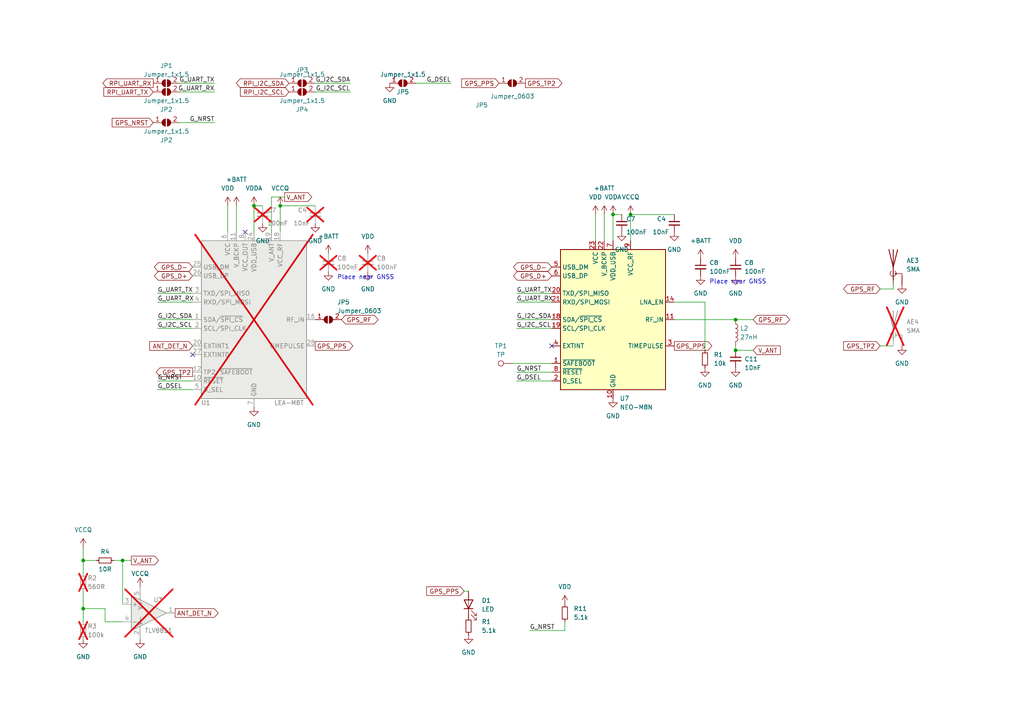
<source format=kicad_sch>
(kicad_sch (version 20230121) (generator eeschema)
  (paper "A4")
  (lib_symbols
    (symbol "Amplifier_Operational:TS881xLx" (pin_names (offset 0.127))
      (property "Reference" "U" (at -1.27 6.35 0))
      (property "Value" "TS881xLx" (at -1.27 3.81 0))
      (symbol "TS881xLx_0_1"
        (polyline (pts (xy -5.08 5.08) (xy 5.08 0) (xy -5.08 -5.08) (xy -5.08 5.08)) (stroke (width 0.254)) (fill (type background)))
        (pin power_in line (at -2.54 -7.62 90) (length 3.81) (name "V-") (number "2"))
        (pin power_in line (at -2.54 7.62 270) (length 3.81) (name "V+") (number "5"))
      )
      (symbol "TS881xLx_1_1"
        (pin output line (at 7.62 0 180) (length 2.54) (name "~") (number "1"))
        (pin input line (at -7.62 2.54 0) (length 2.54) (name "+") (number "3"))
        (pin input line (at -7.62 -2.54 0) (length 2.54) (name "-") (number "4"))
      )
    )
    (symbol "Connector:TestPoint" (pin_numbers hide) (pin_names (offset 0.762) hide)
      (property "Reference" "TP" (at 0 6.858 0))
      (property "Value" "TestPoint" (at 0 5.08 0))
      (symbol "TestPoint_0_1"
        (circle (center 0 3.302) (radius 0.762))
      )
      (symbol "TestPoint_1_1"
        (pin passive line (at 0 0 90) (length 2.54) (name "1") (number "1"))
      )
    )
    (symbol "Device:Antenna_Shield" (pin_numbers hide) (pin_names (offset 1.016) hide)
      (property "Reference" "AE" (at -1.905 4.445 0))
      (property "Value" "Antenna_Shield" (at -1.905 2.54 0))
      (symbol "Antenna_Shield_0_1"
        (arc (start -0.508 -1.143) (mid -0.8429 -2.1194) (end 0 -2.667))
        (arc (start 0 -2.667) (mid 0.7989 -2.1052) (end 0.508 -1.143))
        (polyline (pts (xy 0 -2.54) (xy 0 0)))
        (polyline (pts (xy 0 5.08) (xy 0 -3.81)) (stroke (width 0.254)))
        (polyline (pts (xy 0.762 -1.905) (xy 2.54 -1.905)))
        (polyline (pts (xy 2.54 -2.54) (xy 2.54 -1.905)))
        (polyline (pts (xy 1.27 5.08) (xy 0 0) (xy -1.27 5.08)) (stroke (width 0.254)))
        (circle (center 0.762 -1.905) (radius 0.1778) (fill (type outline)))
      )
      (symbol "Antenna_Shield_1_1"
        (pin input line (at 0 -5.08 90) (length 2.54) (name "A") (number "1"))
        (pin input line (at 2.54 -5.08 90) (length 2.54) (name "Shield") (number "2"))
      )
    )
    (symbol "Device:C_Small" (pin_numbers hide) (pin_names (offset 0.254) hide)
      (property "Reference" "C" (at 0.254 1.778 0))
      (property "Value" "C_Small" (at 0.254 -2.032 0))
      (symbol "C_Small_0_1"
        (polyline (pts (xy -1.524 -0.508) (xy 1.524 -0.508)) (stroke (width 0.3302)))
        (polyline (pts (xy -1.524 0.508) (xy 1.524 0.508)) (stroke (width 0.3048)))
      )
      (symbol "C_Small_1_1"
        (pin passive line (at 0 2.54 270) (length 2.032) (name "~") (number "1"))
        (pin passive line (at 0 -2.54 90) (length 2.032) (name "~") (number "2"))
      )
    )
    (symbol "Device:L" (pin_numbers hide) (pin_names (offset 1.016) hide)
      (property "Reference" "L" (at -1.27 0 90))
      (property "Value" "L" (at 1.905 0 90))
      (symbol "L_0_1"
        (arc (start 0 -2.54) (mid 0.6323 -1.905) (end 0 -1.27))
        (arc (start 0 -1.27) (mid 0.6323 -0.635) (end 0 0))
        (arc (start 0 0) (mid 0.6323 0.635) (end 0 1.27))
        (arc (start 0 1.27) (mid 0.6323 1.905) (end 0 2.54))
      )
      (symbol "L_1_1"
        (pin passive line (at 0 3.81 270) (length 1.27) (name "1") (number "1"))
        (pin passive line (at 0 -3.81 90) (length 1.27) (name "2") (number "2"))
      )
    )
    (symbol "Device:LED" (pin_numbers hide) (pin_names (offset 1.016) hide)
      (property "Reference" "D" (at 0 2.54 0))
      (property "Value" "LED" (at 0 -2.54 0))
      (symbol "LED_0_1"
        (polyline (pts (xy -1.27 -1.27) (xy -1.27 1.27)) (stroke (width 0.254)))
        (polyline (pts (xy -1.27 0) (xy 1.27 0)))
        (polyline (pts (xy 1.27 -1.27) (xy 1.27 1.27) (xy -1.27 0) (xy 1.27 -1.27)) (stroke (width 0.254)))
        (polyline (pts (xy -3.048 -0.762) (xy -4.572 -2.286) (xy -3.81 -2.286) (xy -4.572 -2.286) (xy -4.572 -1.524)))
        (polyline (pts (xy -1.778 -0.762) (xy -3.302 -2.286) (xy -2.54 -2.286) (xy -3.302 -2.286) (xy -3.302 -1.524)))
      )
      (symbol "LED_1_1"
        (pin passive line (at -3.81 0 0) (length 2.54) (name "K") (number "1"))
        (pin passive line (at 3.81 0 180) (length 2.54) (name "A") (number "2"))
      )
    )
    (symbol "Device:R_Small" (pin_numbers hide) (pin_names (offset 0.254) hide)
      (property "Reference" "R" (at 0.762 0.508 0))
      (property "Value" "R_Small" (at 0.762 -1.016 0))
      (symbol "R_Small_0_1"
        (rectangle (start -0.762 1.778) (end 0.762 -1.778) (stroke (width 0.2032)))
      )
      (symbol "R_Small_1_1"
        (pin passive line (at 0 2.54 270) (length 0.762) (name "~") (number "1"))
        (pin passive line (at 0 -2.54 90) (length 0.762) (name "~") (number "2"))
      )
    )
    (symbol "Jumper:SolderJumper_2_Open" (pin_names (offset 0) hide)
      (property "Reference" "JP" (at 0 2.032 0))
      (property "Value" "SolderJumper_2_Open" (at 0 -2.54 0))
      (symbol "SolderJumper_2_Open_0_1"
        (arc (start -0.254 1.016) (mid -1.2656 0) (end -0.254 -1.016))
        (arc (start -0.254 1.016) (mid -1.2656 0) (end -0.254 -1.016) (fill (type outline)))
        (polyline (pts (xy -0.254 1.016) (xy -0.254 -1.016)))
        (polyline (pts (xy 0.254 1.016) (xy 0.254 -1.016)))
        (arc (start 0.254 -1.016) (mid 1.2656 0) (end 0.254 1.016))
        (arc (start 0.254 -1.016) (mid 1.2656 0) (end 0.254 1.016) (fill (type outline)))
      )
      (symbol "SolderJumper_2_Open_1_1"
        (pin passive line (at -3.81 0 0) (length 2.54) (name "A") (number "1"))
        (pin passive line (at 3.81 0 180) (length 2.54) (name "B") (number "2"))
      )
    )
    (symbol "RF_GPS:LEA-M8T"
      (property "Reference" "U" (at -13.97 24.13 0))
      (property "Value" "LEA-M8T" (at 13.97 24.13 0))
      (symbol "LEA-M8T_0_1"
        (rectangle (start -15.24 22.86) (end 15.24 -22.86) (stroke (width 0.254)) (fill (type background)))
      )
      (symbol "LEA-M8T_1_1"
        (pin bidirectional line (at -17.78 0 0) (length 2.54) (name "SDA/~{SPI_CS}") (number "1"))
        (pin input line (at -17.78 -17.78 0) (length 2.54) (name "~{RESET}") (number "10"))
        (pin power_in line (at -5.08 25.4 270) (length 2.54) (name "V_BCKP") (number "11"))
        (pin bidirectional line (at -17.78 -15.24 0) (length 2.54) (name "TP2/~{SAFEBOOT}") (number "12"))
        (pin passive line (at 0 -25.4 90) (length 2.54) hide (name "GND") (number "13"))
        (pin passive line (at 0 -25.4 90) (length 2.54) hide (name "GND") (number "14"))
        (pin passive line (at 0 -25.4 90) (length 2.54) hide (name "GND") (number "15"))
        (pin input line (at 17.78 0 180) (length 2.54) (name "RF_IN") (number "16"))
        (pin passive line (at 0 -25.4 90) (length 2.54) hide (name "GND") (number "17"))
        (pin power_out line (at 7.62 25.4 270) (length 2.54) (name "VCC_RF") (number "18"))
        (pin power_in line (at 5.08 25.4 270) (length 2.54) (name "V_ANT") (number "19"))
        (pin input line (at -17.78 -2.54 0) (length 2.54) (name "SCL/SPI_CLK") (number "2"))
        (pin input line (at -17.78 -7.62 0) (length 2.54) (name "EXTINT1") (number "20"))
        (pin no_connect line (at 15.24 7.62 180) (length 2.54) hide (name "RESERVED") (number "21"))
        (pin no_connect line (at 15.24 5.08 180) (length 2.54) hide (name "RESERVED") (number "22"))
        (pin no_connect line (at 15.24 2.54 180) (length 2.54) hide (name "RESERVED") (number "23"))
        (pin power_in line (at 0 25.4 270) (length 2.54) (name "VDD_USB") (number "24"))
        (pin bidirectional line (at -17.78 15.24 0) (length 2.54) (name "USB_DM") (number "25"))
        (pin bidirectional line (at -17.78 12.7 0) (length 2.54) (name "USB_DP") (number "26"))
        (pin input line (at -17.78 -10.16 0) (length 2.54) (name "EXTINT0") (number "27"))
        (pin output line (at 17.78 -7.62 180) (length 2.54) (name "TIMEPULSE") (number "28"))
        (pin output line (at -17.78 7.62 0) (length 2.54) (name "TXD/SPI_MISO") (number "3"))
        (pin input line (at -17.78 5.08 0) (length 2.54) (name "RXD/SPI_MOSI") (number "4"))
        (pin input line (at -17.78 -20.32 0) (length 2.54) (name "D_SEL") (number "5"))
        (pin power_in line (at -7.62 25.4 270) (length 2.54) (name "VCC") (number "6"))
        (pin power_in line (at 0 -25.4 90) (length 2.54) (name "GND") (number "7"))
        (pin power_out line (at -2.54 25.4 270) (length 2.54) (name "VCC_OUT") (number "8"))
        (pin no_connect line (at 15.24 10.16 180) (length 2.54) hide (name "RESERVED") (number "9"))
      )
    )
    (symbol "RF_GPS:NEO-M8N"
      (property "Reference" "U" (at -13.97 21.59 0))
      (property "Value" "NEO-M8N" (at 11.43 21.59 0))
      (symbol "NEO-M8N_0_1"
        (rectangle (start -15.24 20.32) (end 15.24 -20.32) (stroke (width 0.254)) (fill (type background)))
      )
      (symbol "NEO-M8N_1_1"
        (pin input line (at -17.78 -12.7 0) (length 2.54) (name "~{SAFEBOOT}") (number "1"))
        (pin power_in line (at 0 -22.86 90) (length 2.54) (name "GND") (number "10"))
        (pin input line (at 17.78 0 180) (length 2.54) (name "RF_IN") (number "11"))
        (pin passive line (at 0 -22.86 90) (length 2.54) hide (name "GND") (number "12"))
        (pin passive line (at 0 -22.86 90) (length 2.54) hide (name "GND") (number "13"))
        (pin output line (at 17.78 5.08 180) (length 2.54) (name "LNA_EN") (number "14"))
        (pin no_connect line (at 15.24 -10.16 180) (length 2.54) hide (name "RESERVED") (number "15"))
        (pin no_connect line (at 15.24 -12.7 180) (length 2.54) hide (name "RESERVED") (number "16"))
        (pin no_connect line (at 15.24 -15.24 180) (length 2.54) hide (name "RESERVED") (number "17"))
        (pin bidirectional line (at -17.78 0 0) (length 2.54) (name "SDA/~{SPI_CS}") (number "18"))
        (pin input line (at -17.78 -2.54 0) (length 2.54) (name "SCL/SPI_CLK") (number "19"))
        (pin input line (at -17.78 -17.78 0) (length 2.54) (name "D_SEL") (number "2"))
        (pin output line (at -17.78 7.62 0) (length 2.54) (name "TXD/SPI_MISO") (number "20"))
        (pin input line (at -17.78 5.08 0) (length 2.54) (name "RXD/SPI_MOSI") (number "21"))
        (pin power_in line (at -2.54 22.86 270) (length 2.54) (name "V_BCKP") (number "22"))
        (pin power_in line (at -5.08 22.86 270) (length 2.54) (name "VCC") (number "23"))
        (pin passive line (at 0 -22.86 90) (length 2.54) hide (name "GND") (number "24"))
        (pin output line (at 17.78 -7.62 180) (length 2.54) (name "TIMEPULSE") (number "3"))
        (pin input line (at -17.78 -7.62 0) (length 2.54) (name "EXTINT") (number "4"))
        (pin bidirectional line (at -17.78 15.24 0) (length 2.54) (name "USB_DM") (number "5"))
        (pin bidirectional line (at -17.78 12.7 0) (length 2.54) (name "USB_DP") (number "6"))
        (pin power_in line (at 0 22.86 270) (length 2.54) (name "VDD_USB") (number "7"))
        (pin input line (at -17.78 -15.24 0) (length 2.54) (name "~{RESET}") (number "8"))
        (pin power_out line (at 5.08 22.86 270) (length 2.54) (name "VCC_RF") (number "9"))
      )
    )
    (symbol "power:+BATT" (power) (pin_names (offset 0))
      (property "Value" "+BATT" (at 0 3.556 0))
      (symbol "+BATT_0_1"
        (polyline (pts (xy -0.762 1.27) (xy 0 2.54)))
        (polyline (pts (xy 0 0) (xy 0 2.54)))
        (polyline (pts (xy 0 2.54) (xy 0.762 1.27)))
      )
      (symbol "+BATT_1_1"
        (pin power_in line (at 0 0 90) (length 0) hide (name "+BATT") (number "1"))
      )
    )
    (symbol "power:GND" (power) (pin_names (offset 0))
      (property "Value" "GND" (at 0 -3.81 0))
      (symbol "GND_0_1"
        (polyline (pts (xy 0 0) (xy 0 -1.27) (xy 1.27 -1.27) (xy 0 -2.54) (xy -1.27 -1.27) (xy 0 -1.27)))
      )
      (symbol "GND_1_1"
        (pin power_in line (at 0 0 270) (length 0) hide (name "GND") (number "1"))
      )
    )
    (symbol "power:VCCQ" (power) (pin_names (offset 0))
      (property "Value" "VCCQ" (at 0 3.81 0))
      (symbol "VCCQ_0_1"
        (polyline (pts (xy -0.762 1.27) (xy 0 2.54)))
        (polyline (pts (xy 0 0) (xy 0 2.54)))
        (polyline (pts (xy 0 2.54) (xy 0.762 1.27)))
      )
      (symbol "VCCQ_1_1"
        (pin power_in line (at 0 0 90) (length 0) hide (name "VCCQ") (number "1"))
      )
    )
    (symbol "power:VDD" (power) (pin_names (offset 0))
      (property "Value" "VDD" (at 0 3.81 0))
      (symbol "VDD_0_1"
        (polyline (pts (xy -0.762 1.27) (xy 0 2.54)))
        (polyline (pts (xy 0 0) (xy 0 2.54)))
        (polyline (pts (xy 0 2.54) (xy 0.762 1.27)))
      )
      (symbol "VDD_1_1"
        (pin power_in line (at 0 0 90) (length 0) hide (name "VDD") (number "1"))
      )
    )
    (symbol "power:VDDA" (power) (pin_names (offset 0))
      (property "Value" "VDDA" (at 0 3.81 0))
      (symbol "VDDA_0_1"
        (polyline (pts (xy -0.762 1.27) (xy 0 2.54)))
        (polyline (pts (xy 0 0) (xy 0 2.54)))
        (polyline (pts (xy 0 2.54) (xy 0.762 1.27)))
      )
      (symbol "VDDA_1_1"
        (pin power_in line (at 0 0 90) (length 0) hide (name "VDDA") (number "1"))
      )
    )
  )
  (junction (at 213.36 92.71))
  (junction (at 35.56 162.56))
  (junction (at 73.66 59.69))
  (junction (at 182.88 62.23))
  (junction (at 81.28 59.69))
  (junction (at 177.8 62.23))
  (junction (at 24.13 176.53))
  (junction (at 24.13 162.56))
  (junction (at 213.36 101.6))
  (no_connect (at 71.12 67.31))
  (no_connect (at 55.88 102.87))
  (no_connect (at 160.02 100.33))
  (wire (pts (xy 82.55 57.15) (xy 78.74 57.15)))
  (wire (pts (xy 52.07 26.67) (xy 62.23 26.67)))
  (wire (pts (xy 120.65 24.13) (xy 130.81 24.13)))
  (wire (pts (xy 30.48 180.34) (xy 35.56 180.34)))
  (wire (pts (xy 45.72 85.09) (xy 55.88 85.09)))
  (wire (pts (xy 24.13 171.45) (xy 24.13 176.53)))
  (wire (pts (xy 91.44 26.67) (xy 101.6 26.67)))
  (wire (pts (xy 259.08 83.82) (xy 259.08 82.55)))
  (wire (pts (xy 73.66 59.69) (xy 73.66 67.31)))
  (wire (pts (xy 255.27 83.82) (xy 259.08 83.82)))
  (wire (pts (xy 149.86 107.95) (xy 160.02 107.95)))
  (wire (pts (xy 24.13 176.53) (xy 24.13 180.34)))
  (wire (pts (xy 45.72 113.03) (xy 55.88 113.03)))
  (wire (pts (xy 81.28 59.69) (xy 81.28 67.31)))
  (wire (pts (xy 35.56 162.56) (xy 38.1 162.56)))
  (wire (pts (xy 33.02 162.56) (xy 35.56 162.56)))
  (wire (pts (xy 68.58 59.69) (xy 68.58 67.31)))
  (wire (pts (xy 177.8 62.23) (xy 177.8 69.85)))
  (wire (pts (xy 148.59 105.41) (xy 160.02 105.41)))
  (wire (pts (xy 153.67 182.88) (xy 163.83 182.88)))
  (wire (pts (xy 149.86 95.25) (xy 160.02 95.25)))
  (wire (pts (xy 213.36 92.71) (xy 218.44 92.71)))
  (wire (pts (xy 149.86 85.09) (xy 160.02 85.09)))
  (wire (pts (xy 78.74 57.15) (xy 78.74 67.31)))
  (wire (pts (xy 182.88 62.23) (xy 182.88 69.85)))
  (wire (pts (xy 24.13 162.56) (xy 24.13 158.75)))
  (wire (pts (xy 149.86 92.71) (xy 160.02 92.71)))
  (wire (pts (xy 91.44 24.13) (xy 101.6 24.13)))
  (wire (pts (xy 172.72 62.23) (xy 172.72 69.85)))
  (wire (pts (xy 45.72 87.63) (xy 55.88 87.63)))
  (wire (pts (xy 52.07 24.13) (xy 62.23 24.13)))
  (wire (pts (xy 175.26 62.23) (xy 175.26 69.85)))
  (wire (pts (xy 163.83 180.34) (xy 163.83 182.88)))
  (wire (pts (xy 35.56 162.56) (xy 35.56 175.26)))
  (wire (pts (xy 45.72 92.71) (xy 55.88 92.71)))
  (wire (pts (xy 204.47 87.63) (xy 195.58 87.63)))
  (wire (pts (xy 149.86 110.49) (xy 160.02 110.49)))
  (wire (pts (xy 30.48 176.53) (xy 30.48 180.34)))
  (wire (pts (xy 204.47 101.6) (xy 204.47 87.63)))
  (wire (pts (xy 24.13 162.56) (xy 24.13 166.37)))
  (wire (pts (xy 45.72 110.49) (xy 55.88 110.49)))
  (wire (pts (xy 52.07 35.56) (xy 62.23 35.56)))
  (wire (pts (xy 182.88 62.23) (xy 195.58 62.23)))
  (wire (pts (xy 73.66 59.69) (xy 76.2 59.69)))
  (wire (pts (xy 24.13 176.53) (xy 30.48 176.53)))
  (wire (pts (xy 27.94 162.56) (xy 24.13 162.56)))
  (wire (pts (xy 45.72 95.25) (xy 55.88 95.25)))
  (wire (pts (xy 218.44 101.6) (xy 213.36 101.6)))
  (wire (pts (xy 81.28 59.69) (xy 91.44 59.69)))
  (wire (pts (xy 195.58 92.71) (xy 213.36 92.71)))
  (wire (pts (xy 66.04 59.69) (xy 66.04 67.31)))
  (wire (pts (xy 255.27 100.33) (xy 259.08 100.33)))
  (wire (pts (xy 149.86 87.63) (xy 160.02 87.63)))
  (wire (pts (xy 134.62 171.45) (xy 135.89 171.45)))
  (wire (pts (xy 213.36 101.6) (xy 213.36 100.33)))
  (wire (pts (xy 177.8 62.23) (xy 180.34 62.23)))
  (text "Place near GNSS" (at 97.79 81.28 0) (effects (font (size 1.27 1.27)) (justify left bottom)))
  (text "Place near GNSS" (at 205.74 82.55 0) (effects (font (size 1.27 1.27)) (justify left bottom)))
  (label "G_I2C_SCL" (at 149.86 95.25 0))
  (label "G_I2C_SCL" (at 45.72 95.25 0))
  (label "G_UART_TX" (at 149.86 85.09 0))
  (label "G_I2C_SDA" (at 149.86 92.71 0))
  (label "G_I2C_SCL" (at 101.6 26.67 180))
  (label "G_DSEL" (at 45.72 113.03 0))
  (label "G_NRST" (at 149.86 107.95 0))
  (label "G_UART_TX" (at 62.23 24.13 180))
  (label "G_DSEL" (at 149.86 110.49 0))
  (label "G_I2C_SDA" (at 101.6 24.13 180))
  (label "G_UART_TX" (at 45.72 85.09 0))
  (label "G_UART_RX" (at 149.86 87.63 0))
  (label "G_I2C_SDA" (at 45.72 92.71 0))
  (label "G_NRST" (at 45.72 110.49 0))
  (label "G_NRST" (at 62.23 35.56 180))
  (label "G_DSEL" (at 130.81 24.13 180))
  (label "G_NRST" (at 153.67 182.88 0))
  (label "G_UART_RX" (at 45.72 87.63 0))
  (label "G_UART_RX" (at 62.23 26.67 180))
  (global_label "RPI_UART_RX" (shape output) (at 44.45 24.13 180) (property "Intersheetrefs" "${INTERSHEET_REFS}" (effects hide)))
  (global_label "GPS_PPS" (shape input) (at 134.62 171.45 180) (property "Intersheetrefs" "${INTERSHEET_REFS}" (effects hide)))
  (global_label "GPS_PPS" (shape output) (at 91.44 100.33 0) (property "Intersheetrefs" "${INTERSHEET_REFS}" (effects hide)))
  (global_label "RPI_I2C_SCL" (shape input) (at 83.82 26.67 180) (property "Intersheetrefs" "${INTERSHEET_REFS}" (effects hide)))
  (global_label "GPS_TP2" (shape output) (at 55.88 107.95 180) (property "Intersheetrefs" "${INTERSHEET_REFS}" (effects hide)))
  (global_label "GPS_NRST" (shape input) (at 44.45 35.56 180) (property "Intersheetrefs" "${INTERSHEET_REFS}" (effects hide)))
  (global_label "V_ANT" (shape output) (at 82.55 57.15 0) (property "Intersheetrefs" "${INTERSHEET_REFS}" (effects hide)))
  (global_label "GPS_PPS" (shape output) (at 195.58 100.33 0) (property "Intersheetrefs" "${INTERSHEET_REFS}" (effects hide)))
  (global_label "GPS_D-" (shape bidirectional) (at 160.02 77.47 180) (property "Intersheetrefs" "${INTERSHEET_REFS}" (effects hide)))
  (global_label "GPS_RF" (shape bidirectional) (at 218.44 92.71 0) (property "Intersheetrefs" "${INTERSHEET_REFS}" (effects hide)))
  (global_label "ANT_DET_N" (shape input) (at 55.88 100.33 180) (property "Intersheetrefs" "${INTERSHEET_REFS}" (effects hide)))
  (global_label "RPI_UART_TX" (shape input) (at 44.45 26.67 180) (property "Intersheetrefs" "${INTERSHEET_REFS}" (effects hide)))
  (global_label "GPS_TP2" (shape output) (at 152.4 24.13 0) (property "Intersheetrefs" "${INTERSHEET_REFS}" (effects hide)))
  (global_label "GPS_RF" (shape bidirectional) (at 255.27 83.82 180) (property "Intersheetrefs" "${INTERSHEET_REFS}" (effects hide)))
  (global_label "GPS_RF" (shape bidirectional) (at 99.06 92.71 0) (property "Intersheetrefs" "${INTERSHEET_REFS}" (effects hide)))
  (global_label "GPS_D+" (shape bidirectional) (at 55.88 80.01 180) (property "Intersheetrefs" "${INTERSHEET_REFS}" (effects hide)))
  (global_label "ANT_DET_N" (shape output) (at 50.8 177.8 0) (property "Intersheetrefs" "${INTERSHEET_REFS}" (effects hide)))
  (global_label "GPS_TP2" (shape input) (at 255.27 100.33 180) (property "Intersheetrefs" "${INTERSHEET_REFS}" (effects hide)))
  (global_label "RPI_I2C_SDA" (shape bidirectional) (at 83.82 24.13 180) (property "Intersheetrefs" "${INTERSHEET_REFS}" (effects hide)))
  (global_label "GPS_D+" (shape bidirectional) (at 160.02 80.01 180) (property "Intersheetrefs" "${INTERSHEET_REFS}" (effects hide)))
  (global_label "GPS_PPS" (shape input) (at 144.78 24.13 180) (property "Intersheetrefs" "${INTERSHEET_REFS}" (effects hide)))
  (global_label "GPS_D-" (shape bidirectional) (at 55.88 77.47 180) (property "Intersheetrefs" "${INTERSHEET_REFS}" (effects hide)))
  (global_label "V_ANT" (shape input) (at 218.44 101.6 0) (property "Intersheetrefs" "${INTERSHEET_REFS}" (effects hide)))
  (global_label "V_ANT" (shape output) (at 38.1 162.56 0) (property "Intersheetrefs" "${INTERSHEET_REFS}" (effects hide)))
  (symbol (lib_id "power:GND") (at 24.13 185.42 0) (unit 1)
    (property "Reference" "#PWR0103" (effects hide))
    (property "Value" "GND" (at 24.13 190.5 0))
    (instances (project "Pudding_LWGW" (path "" (reference "#PWR0103") (unit 1)) (path "" (reference "#PWR042") (unit 1))))
  )
  (symbol (lib_id "RF_GPS:NEO-M8N") (at 177.8 92.71 0) (unit 1)
    (property "Reference" "U7" (at 179.7559 115.57 0) (effects (justify left)))
    (property "Value" "NEO-M8N" (at 179.7559 118.11 0) (effects (justify left)))
    (property "Footprint" "RF_GPS:ublox_NEO" (effects hide))
    (property "Datasheet" "https://content.u-blox.com/sites/default/files/NEO-M8-FW3_DataSheet_UBX-15031086.pdf" (effects hide))
  )
  (symbol (lib_id "Device:R_Small") (at 163.83 177.8 0) (unit 1)
    (property "Reference" "R11" (at 166.37 176.53 0) (effects (justify left)))
    (property "Value" "5.1k" (at 166.37 179.07 0) (effects (justify left)))
    (property "Footprint" "Resistor_SMD:R_0603_1608Metric" (effects hide))
  )
  (symbol (lib_id "Device:Antenna_Shield") (at 259.08 77.47 0) (unit 1)
    (property "Reference" "AE3" (at 262.89 75.565 0) (effects (justify left)))
    (property "Value" "SMA" (at 262.89 78.105 0) (effects (justify left)))
    (property "Footprint" "Connector_Coaxial:SMA_Samtec_SMA-J-P-X-ST-EM1_EdgeMount" (effects hide))
  )
  (symbol (lib_id "Connector:TestPoint") (at 148.59 105.41 90) (unit 1)
    (property "Reference" "TP1" (at 145.288 100.33 90))
    (property "Value" "TP" (at 145.288 102.87 90))
    (property "Footprint" "TestPoint:TestPoint_Pad_D1.0mm" (effects hide))
  )
  (symbol (lib_id "Jumper:SolderJumper_2_Open") (at 87.63 24.13 0) (unit 1) (in_bom no)
    (property "Reference" "JP3" (at 87.63 20.32 0))
    (property "Value" "Jumper_1x1.5" (at 87.63 21.59 0))
    (property "Footprint" "Jumper:SolderJumper-2_P1.3mm_Open_TrianglePad1.0x1.5mm" (effects hide))
  )
  (symbol (lib_id "power:GND") (at 113.03 24.13 0) (unit 1)
    (property "Reference" "#PWR0117" (effects hide))
    (property "Value" "GND" (at 113.03 29.21 0))
    (instances (project "Pudding_LWGW" (path "" (reference "#PWR0117") (unit 1)) (path "" (reference "#PWR010") (unit 1))))
  )
  (symbol (lib_id "power:VDD") (at 106.68 73.66 0) (unit 1)
    (property "Reference" "#PWR0108" (effects hide))
    (property "Value" "VDD" (at 106.68 68.58 0))
    (instances (project "Pudding_LWGW" (path "" (reference "#PWR0108") (unit 1)) (path "" (reference "#PWR047") (unit 1))))
  )
  (symbol (lib_id "Jumper:SolderJumper_2_Open") (at 48.26 26.67 0) (unit 1) (in_bom no)
    (property "Reference" "JP2" (at 48.26 31.75 0))
    (property "Value" "Jumper_1x1.5" (at 48.26 29.21 0))
    (property "Footprint" "Jumper:SolderJumper-2_P1.3mm_Open_TrianglePad1.0x1.5mm" (effects hide))
  )
  (symbol (lib_id "power:GND") (at 204.47 106.68 0) (unit 1)
    (property "Reference" "#PWR0106" (effects hide))
    (property "Value" "GND" (at 204.47 111.76 0))
    (instances (project "Pudding_LWGW" (path "" (reference "#PWR0106") (unit 1)) (path "" (reference "#PWR038") (unit 1))))
  )
  (symbol (lib_id "Device:C_Small") (at 95.25 76.2 0) (unit 1) (dnp yes)
    (property "Reference" "C8" (at 97.79 74.9363 0) (effects (justify left)))
    (property "Value" "100nF" (at 97.79 77.4763 0) (effects (justify left)))
    (property "Footprint" "Capacitor_SMD:C_0603_1608Metric" (effects hide))
    (instances (project "Pudding_LWGW" (path "" (reference "C8") (unit 1)) (path "" (reference "C9") (unit 1))))
  )
  (symbol (lib_id "power:GND") (at 135.89 184.15 0) (unit 1)
    (property "Reference" "#PWR0102" (effects hide))
    (property "Value" "GND" (at 135.89 189.23 0))
    (instances (project "Pudding_LWGW" (path "" (reference "#PWR0102") (unit 1)) (path "" (reference "#PWR016") (unit 1))))
  )
  (symbol (lib_id "power:GND") (at 40.64 185.42 0) (unit 1)
    (property "Reference" "#PWR0103" (effects hide))
    (property "Value" "GND" (at 40.64 190.5 0))
    (instances (project "Pudding_LWGW" (path "" (reference "#PWR0103") (unit 1)) (path "" (reference "#PWR019") (unit 1))))
  )
  (symbol (lib_id "Device:R_Small") (at 24.13 168.91 0) (unit 1) (dnp yes)
    (property "Reference" "R2" (at 25.4 167.64 0) (effects (justify left)))
    (property "Value" "560R" (at 25.4 170.1799 0) (effects (justify left)))
    (property "Footprint" "Resistor_SMD:R_0603_1608Metric" (effects hide))
  )
  (symbol (lib_id "power:GND") (at 195.58 67.31 0) (unit 1)
    (property "Reference" "#PWR033" (effects hide))
    (property "Value" "GND" (at 195.58 72.39 0))
    (instances (project "Pudding_LWGW" (path "" (reference "#PWR033") (unit 1)) (path "" (reference "#PWR018") (unit 1))))
  )
  (symbol (lib_id "Jumper:SolderJumper_2_Open") (at 116.84 24.13 0) (unit 1) (in_bom no)
    (property "Reference" "JP5" (at 116.84 26.67 0))
    (property "Value" "Jumper_1x1.5" (at 116.84 21.59 0))
    (property "Footprint" "Jumper:SolderJumper-2_P1.3mm_Open_TrianglePad1.0x1.5mm" (effects hide))
  )
  (symbol (lib_id "power:GND") (at 91.44 64.77 0) (unit 1)
    (property "Reference" "#PWR033" (effects hide))
    (property "Value" "GND" (at 91.44 69.85 0))
    (instances (project "Pudding_LWGW" (path "" (reference "#PWR033") (unit 1)) (path "" (reference "#PWR032") (unit 1))))
  )
  (symbol (lib_id "Device:R_Small") (at 204.47 104.14 0) (unit 1)
    (property "Reference" "R1" (at 207.01 102.87 0) (effects (justify left)))
    (property "Value" "10k" (at 207.01 105.41 0) (effects (justify left)))
    (property "Footprint" "Resistor_SMD:R_0603_1608Metric" (effects hide))
    (instances (project "Pudding_LWGW" (path "" (reference "R1") (unit 1)) (path "" (reference "R10") (unit 1))))
  )
  (symbol (lib_id "power:GND") (at 95.25 78.74 0) (unit 1)
    (property "Reference" "#PWR033" (effects hide))
    (property "Value" "GND" (at 95.25 83.82 0))
    (instances (project "Pudding_LWGW" (path "" (reference "#PWR033") (unit 1)) (path "" (reference "#PWR035") (unit 1))))
  )
  (symbol (lib_id "Device:R_Small") (at 135.89 181.61 0) (unit 1)
    (property "Reference" "R1" (at 139.7 180.34 0) (effects (justify left)))
    (property "Value" "5.1k" (at 139.7 182.88 0) (effects (justify left)))
    (property "Footprint" "Resistor_SMD:R_0603_1608Metric" (effects hide))
  )
  (symbol (lib_id "power:VDDA") (at 177.8 62.23 0) (unit 1)
    (property "Reference" "#PWR0110" (effects hide))
    (property "Value" "VDDA" (at 177.8 57.15 0))
    (instances (project "Pudding_LWGW" (path "" (reference "#PWR0110") (unit 1)) (path "" (reference "#PWR025") (unit 1))))
  )
  (symbol (lib_id "power:GND") (at 203.2 80.01 0) (unit 1)
    (property "Reference" "#PWR033" (effects hide))
    (property "Value" "GND" (at 203.2 85.09 0))
    (instances (project "Pudding_LWGW" (path "" (reference "#PWR033") (unit 1)) (path "" (reference "#PWR046") (unit 1))))
  )
  (symbol (lib_id "Jumper:SolderJumper_2_Open") (at 148.59 24.13 0) (unit 1) (in_bom no)
    (property "Reference" "JP5" (at 139.7 30.48 0))
    (property "Value" "Jumper_0603" (at 148.59 27.94 0))
    (property "Footprint" "Resistor_SMD:R_0603_1608Metric" (effects hide))
    (instances (project "Pudding_LWGW" (path "" (reference "JP5") (unit 1)) (path "" (reference "JP8") (unit 1))))
  )
  (symbol (lib_id "Device:R_Small") (at 24.13 182.88 0) (unit 1) (dnp yes)
    (property "Reference" "R3" (at 25.4 181.61 0) (effects (justify left)))
    (property "Value" "100k" (at 25.4 184.1499 0) (effects (justify left)))
    (property "Footprint" "Resistor_SMD:R_0603_1608Metric" (effects hide))
  )
  (symbol (lib_id "Device:Antenna_Shield") (at 259.08 95.25 0) (unit 1) (dnp yes)
    (property "Reference" "AE4" (at 262.89 93.345 0) (effects (justify left)))
    (property "Value" "SMA" (at 262.89 95.885 0) (effects (justify left)))
    (property "Footprint" "Connector_Coaxial:SMA_Samtec_SMA-J-P-X-ST-EM1_EdgeMount" (effects hide))
  )
  (symbol (lib_id "power:VDD") (at 213.36 74.93 0) (unit 1)
    (property "Reference" "#PWR0108" (effects hide))
    (property "Value" "VDD" (at 213.36 69.85 0))
    (instances (project "Pudding_LWGW" (path "" (reference "#PWR0108") (unit 1)) (path "" (reference "#PWR049") (unit 1))))
  )
  (symbol (lib_id "RF_GPS:LEA-M8T") (at 73.66 92.71 0) (unit 1) (dnp yes)
    (property "Reference" "U1" (at 59.69 116.84 0))
    (property "Value" "LEA-M8T" (at 83.82 116.84 0))
    (property "Footprint" "RF_GPS:ublox_LEA" (effects hide))
    (property "Datasheet" "https://www.u-blox.com/sites/default/files/NEO-LEA-M8T-FW3_DataSheet_%28UBX-15025193%29.pdf" (effects hide))
  )
  (symbol (lib_id "Jumper:SolderJumper_2_Open") (at 87.63 26.67 0) (unit 1) (in_bom no)
    (property "Reference" "JP4" (at 87.63 31.75 0))
    (property "Value" "Jumper_1x1.5" (at 87.63 29.21 0))
    (property "Footprint" "Jumper:SolderJumper-2_P1.3mm_Open_TrianglePad1.0x1.5mm" (effects hide))
  )
  (symbol (lib_id "Device:LED") (at 135.89 175.26 90) (unit 1)
    (property "Reference" "D1" (at 139.7 174.1804 90) (effects (justify right)))
    (property "Value" "LED" (at 139.7 176.7204 90) (effects (justify right)))
    (property "Footprint" "LED_SMD:LED_0603_1608Metric" (effects hide))
  )
  (symbol (lib_id "power:GND") (at 180.34 67.31 0) (unit 1)
    (property "Reference" "#PWR033" (effects hide))
    (property "Value" "GND" (at 180.34 72.39 0))
    (instances (project "Pudding_LWGW" (path "" (reference "#PWR033") (unit 1)) (path "" (reference "#PWR044") (unit 1))))
  )
  (symbol (lib_id "power:VCCQ") (at 81.28 59.69 0) (unit 1)
    (property "Reference" "#PWR0107" (effects hide))
    (property "Value" "VCCQ" (at 81.28 54.61 0))
    (instances (project "Pudding_LWGW" (path "" (reference "#PWR0107") (unit 1)) (path "" (reference "#PWR015") (unit 1))))
  )
  (symbol (lib_id "power:+BATT") (at 203.2 74.93 0) (unit 1)
    (property "Reference" "#PWR032" (effects hide))
    (property "Value" "+BATT" (at 203.2 69.85 0))
    (instances (project "Pudding_LWGW" (path "" (reference "#PWR032") (unit 1)) (path "" (reference "#PWR045") (unit 1))))
  )
  (symbol (lib_id "Jumper:SolderJumper_2_Open") (at 48.26 35.56 0) (unit 1) (in_bom no)
    (property "Reference" "JP2" (at 48.26 40.64 0))
    (property "Value" "Jumper_1x1.5" (at 48.26 38.1 0))
    (property "Footprint" "Jumper:SolderJumper-2_P1.3mm_Open_TrianglePad1.0x1.5mm" (effects hide))
    (instances (project "Pudding_LWGW" (path "" (reference "JP2") (unit 1)) (path "" (reference "JP9") (unit 1))))
  )
  (symbol (lib_id "power:VDD") (at 163.83 175.26 0) (unit 1)
    (property "Reference" "#PWR0108" (effects hide))
    (property "Value" "VDD" (at 163.83 170.18 0))
    (instances (project "Pudding_LWGW" (path "" (reference "#PWR0108") (unit 1)) (path "" (reference "#PWR031") (unit 1))))
  )
  (symbol (lib_id "power:VCCQ") (at 24.13 158.75 0) (unit 1)
    (property "Reference" "#PWR0101" (effects hide))
    (property "Value" "VCCQ" (at 24.13 153.67 0))
    (instances (project "Pudding_LWGW" (path "" (reference "#PWR0101") (unit 1)) (path "" (reference "#PWR017") (unit 1))))
  )
  (symbol (lib_id "power:GND") (at 261.62 100.33 0) (unit 1)
    (property "Reference" "#PWR0127" (effects hide))
    (property "Value" "GND" (at 261.62 105.41 0))
    (instances (project "Pudding_LWGW" (path "" (reference "#PWR0127") (unit 1)) (path "" (reference "#PWR021") (unit 1))))
  )
  (symbol (lib_id "power:GND") (at 106.68 78.74 0) (unit 1)
    (property "Reference" "#PWR033" (effects hide))
    (property "Value" "GND" (at 106.68 83.82 0))
    (instances (project "Pudding_LWGW" (path "" (reference "#PWR033") (unit 1)) (path "" (reference "#PWR048") (unit 1))))
  )
  (symbol (lib_id "Device:R_Small") (at 30.48 162.56 90) (unit 1)
    (property "Reference" "R4" (at 30.48 160.02 90))
    (property "Value" "10R" (at 30.48 165.1 90))
    (property "Footprint" "Resistor_SMD:R_0603_1608Metric" (effects hide))
  )
  (symbol (lib_id "Device:L") (at 213.36 96.52 0) (unit 1)
    (property "Reference" "L2" (at 214.63 95.25 0) (effects (justify left)))
    (property "Value" "27nH" (at 214.63 97.79 0) (effects (justify left)))
    (property "Footprint" "Inductor_SMD:L_0603_1608Metric" (effects hide))
  )
  (symbol (lib_id "power:VDD") (at 172.72 62.23 0) (unit 1)
    (property "Reference" "#PWR0108" (effects hide))
    (property "Value" "VDD" (at 172.72 57.15 0))
    (instances (project "Pudding_LWGW" (path "" (reference "#PWR0108") (unit 1)) (path "" (reference "#PWR023") (unit 1))))
  )
  (symbol (lib_id "power:GND") (at 261.62 82.55 0) (unit 1)
    (property "Reference" "#PWR0124" (effects hide))
    (property "Value" "GND" (at 261.62 87.63 0))
    (instances (project "Pudding_LWGW" (path "" (reference "#PWR0124") (unit 1)) (path "" (reference "#PWR020") (unit 1))))
  )
  (symbol (lib_id "Device:C_Small") (at 213.36 104.14 0) (unit 1)
    (property "Reference" "C11" (at 215.9 104.14 0) (effects (justify left)))
    (property "Value" "10nF" (at 215.9 106.68 0) (effects (justify left)))
    (property "Footprint" "Capacitor_SMD:C_0603_1608Metric" (effects hide))
  )
  (symbol (lib_id "power:VCCQ") (at 182.88 62.23 0) (unit 1)
    (property "Reference" "#PWR0107" (effects hide))
    (property "Value" "VCCQ" (at 182.88 57.15 0))
    (instances (project "Pudding_LWGW" (path "" (reference "#PWR0107") (unit 1)) (path "" (reference "#PWR026") (unit 1))))
  )
  (symbol (lib_id "power:GND") (at 177.8 115.57 0) (unit 1)
    (property "Reference" "#PWR0106" (effects hide))
    (property "Value" "GND" (at 177.8 120.65 0))
    (instances (project "Pudding_LWGW" (path "" (reference "#PWR0106") (unit 1)) (path "" (reference "#PWR022") (unit 1))))
  )
  (symbol (lib_id "power:GND") (at 213.36 80.01 0) (unit 1)
    (property "Reference" "#PWR033" (effects hide))
    (property "Value" "GND" (at 213.36 85.09 0))
    (instances (project "Pudding_LWGW" (path "" (reference "#PWR033") (unit 1)) (path "" (reference "#PWR050") (unit 1))))
  )
  (symbol (lib_id "power:GND") (at 73.66 118.11 0) (unit 1)
    (property "Reference" "#PWR0106" (effects hide))
    (property "Value" "GND" (at 73.66 123.19 0))
    (instances (project "Pudding_LWGW" (path "" (reference "#PWR0106") (unit 1)) (path "" (reference "#PWR014") (unit 1))))
  )
  (symbol (lib_id "Device:C_Small") (at 213.36 77.47 0) (unit 1)
    (property "Reference" "C8" (at 215.9 76.2063 0) (effects (justify left)))
    (property "Value" "100nF" (at 215.9 78.7463 0) (effects (justify left)))
    (property "Footprint" "Capacitor_SMD:C_0603_1608Metric" (effects hide))
    (instances (project "Pudding_LWGW" (path "" (reference "C8") (unit 1)) (path "" (reference "C18") (unit 1))))
  )
  (symbol (lib_id "Device:C_Small") (at 76.2 62.23 0) (unit 1) (dnp yes)
    (property "Reference" "C7" (at 77.47 60.96 0) (effects (justify left)))
    (property "Value" "100nF" (at 77.47 64.77 0) (effects (justify left)))
    (property "Footprint" "Capacitor_SMD:C_0603_1608Metric" (effects hide))
  )
  (symbol (lib_id "power:GND") (at 76.2 64.77 0) (unit 1)
    (property "Reference" "#PWR033" (effects hide))
    (property "Value" "GND" (at 76.2 69.85 0))
    (instances (project "Pudding_LWGW" (path "" (reference "#PWR033") (unit 1)) (path "" (reference "#PWR043") (unit 1))))
  )
  (symbol (lib_id "Device:C_Small") (at 91.44 62.23 0) (unit 1) (dnp yes)
    (property "Reference" "C4" (at 86.36 60.9599 0) (effects (justify left)))
    (property "Value" "10nF" (at 85.09 64.7699 0) (effects (justify left)))
    (property "Footprint" "Capacitor_SMD:C_0603_1608Metric" (effects hide))
    (instances (project "Pudding_LWGW" (path "" (reference "C4") (unit 1)) (path "" (reference "C13") (unit 1))))
  )
  (symbol (lib_id "power:GND") (at 213.36 106.68 0) (unit 1)
    (property "Reference" "#PWR0106" (effects hide))
    (property "Value" "GND" (at 213.36 111.76 0))
    (instances (project "Pudding_LWGW" (path "" (reference "#PWR0106") (unit 1)) (path "" (reference "#PWR037") (unit 1))))
  )
  (symbol (lib_id "power:+BATT") (at 175.26 62.23 0) (unit 1)
    (property "Reference" "#PWR0109" (effects hide))
    (property "Value" "+BATT" (at 175.26 54.61 0))
    (instances (project "Pudding_LWGW" (path "" (reference "#PWR0109") (unit 1)) (path "" (reference "#PWR024") (unit 1))))
  )
  (symbol (lib_id "Jumper:SolderJumper_2_Open") (at 95.25 92.71 0) (unit 1) (in_bom no)
    (property "Reference" "JP5" (at 97.79 87.63 0) (effects (justify left)))
    (property "Value" "Jumper_0603" (at 97.79 90.17 0) (effects (justify left)))
    (property "Footprint" "Resistor_SMD:R_0603_1608Metric" (effects hide))
    (instances (project "Pudding_LWGW" (path "" (reference "JP5") (unit 1)) (path "" (reference "JP7") (unit 1))))
  )
  (symbol (lib_id "Amplifier_Operational:TS881xLx") (at 43.18 177.8 0) (unit 1) (dnp yes)
    (property "Reference" "U3" (at 44.45 173.9899 0) (effects (justify left)))
    (property "Value" "TLV8811" (at 41.91 182.8799 0) (effects (justify left)))
    (property "Footprint" "Package_TO_SOT_SMD:SOT-23-5" (effects hide))
    (property "Datasheet" "www.st.com/resource/en/datasheet/ts881.pdf" (effects hide))
  )
  (symbol (lib_id "power:+BATT") (at 68.58 59.69 0) (unit 1)
    (property "Reference" "#PWR0109" (effects hide))
    (property "Value" "+BATT" (at 68.58 52.07 0))
    (instances (project "Pudding_LWGW" (path "" (reference "#PWR0109") (unit 1)) (path "" (reference "#PWR012") (unit 1))))
  )
  (symbol (lib_id "Device:C_Small") (at 106.68 76.2 0) (unit 1) (dnp yes)
    (property "Reference" "C8" (at 109.22 74.9363 0) (effects (justify left)))
    (property "Value" "100nF" (at 109.22 77.4763 0) (effects (justify left)))
    (property "Footprint" "Capacitor_SMD:C_0603_1608Metric" (effects hide))
    (instances (project "Pudding_LWGW" (path "" (reference "C8") (unit 1)) (path "" (reference "C17") (unit 1))))
  )
  (symbol (lib_id "Device:C_Small") (at 203.2 77.47 0) (unit 1)
    (property "Reference" "C8" (at 205.74 76.2063 0) (effects (justify left)))
    (property "Value" "100nF" (at 205.74 78.7463 0) (effects (justify left)))
    (property "Footprint" "Capacitor_SMD:C_0603_1608Metric" (effects hide))
    (instances (project "Pudding_LWGW" (path "" (reference "C8") (unit 1)) (path "" (reference "C16") (unit 1))))
  )
  (symbol (lib_id "power:VCCQ") (at 40.64 170.18 0) (unit 1)
    (property "Reference" "#PWR0101" (effects hide))
    (property "Value" "VCCQ" (at 40.64 166.37 0))
    (instances (project "Pudding_LWGW" (path "" (reference "#PWR0101") (unit 1)) (path "" (reference "#PWR041") (unit 1))))
  )
  (symbol (lib_id "Device:C_Small") (at 195.58 64.77 0) (unit 1)
    (property "Reference" "C4" (at 190.5 63.4999 0) (effects (justify left)))
    (property "Value" "10nF" (at 189.23 67.3099 0) (effects (justify left)))
    (property "Footprint" "Capacitor_SMD:C_0603_1608Metric" (effects hide))
  )
  (symbol (lib_id "power:VDD") (at 66.04 59.69 0) (unit 1)
    (property "Reference" "#PWR0108" (effects hide))
    (property "Value" "VDD" (at 66.04 54.61 0))
    (instances (project "Pudding_LWGW" (path "" (reference "#PWR0108") (unit 1)) (path "" (reference "#PWR011") (unit 1))))
  )
  (symbol (lib_id "Device:C_Small") (at 180.34 64.77 0) (unit 1)
    (property "Reference" "C7" (at 181.61 63.5 0) (effects (justify left)))
    (property "Value" "100nF" (at 181.61 67.31 0) (effects (justify left)))
    (property "Footprint" "Resistor_SMD:R_0603_1608Metric" (effects hide))
    (instances (project "Pudding_LWGW" (path "" (reference "C7") (unit 1)) (path "" (reference "C7") (unit 1)) (path "" (reference "C15") (unit 1))))
  )
  (symbol (lib_id "power:+BATT") (at 95.25 73.66 0) (unit 1)
    (property "Reference" "#PWR032" (effects hide))
    (property "Value" "+BATT" (at 95.25 68.58 0))
    (instances (project "Pudding_LWGW" (path "" (reference "#PWR032") (unit 1)) (path "" (reference "#PWR034") (unit 1))))
  )
  (symbol (lib_id "power:VDDA") (at 73.66 59.69 0) (unit 1)
    (property "Reference" "#PWR0110" (effects hide))
    (property "Value" "VDDA" (at 73.66 54.61 0))
    (instances (project "Pudding_LWGW" (path "" (reference "#PWR0110") (unit 1)) (path "" (reference "#PWR013") (unit 1))))
  )
  (symbol (lib_id "Jumper:SolderJumper_2_Open") (at 48.26 24.13 0) (unit 1) (in_bom no)
    (property "Reference" "JP1" (at 48.26 19.05 0))
    (property "Value" "Jumper_1x1.5" (at 48.26 21.59 0))
    (property "Footprint" "Jumper:SolderJumper-2_P1.3mm_Open_TrianglePad1.0x1.5mm" (effects hide))
  )
)
</source>
